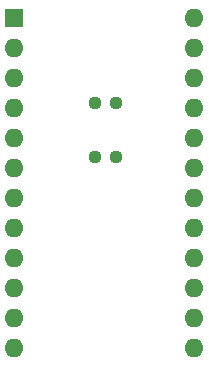
<source format=gbr>
%TF.GenerationSoftware,KiCad,Pcbnew,7.0.7*%
%TF.CreationDate,2025-03-10T13:51:10-04:00*%
%TF.ProjectId,6116 NVRAM,36313136-204e-4565-9241-4d2e6b696361,rev?*%
%TF.SameCoordinates,Original*%
%TF.FileFunction,Soldermask,Bot*%
%TF.FilePolarity,Negative*%
%FSLAX46Y46*%
G04 Gerber Fmt 4.6, Leading zero omitted, Abs format (unit mm)*
G04 Created by KiCad (PCBNEW 7.0.7) date 2025-03-10 13:51:10*
%MOMM*%
%LPD*%
G01*
G04 APERTURE LIST*
G04 Aperture macros list*
%AMRoundRect*
0 Rectangle with rounded corners*
0 $1 Rounding radius*
0 $2 $3 $4 $5 $6 $7 $8 $9 X,Y pos of 4 corners*
0 Add a 4 corners polygon primitive as box body*
4,1,4,$2,$3,$4,$5,$6,$7,$8,$9,$2,$3,0*
0 Add four circle primitives for the rounded corners*
1,1,$1+$1,$2,$3*
1,1,$1+$1,$4,$5*
1,1,$1+$1,$6,$7*
1,1,$1+$1,$8,$9*
0 Add four rect primitives between the rounded corners*
20,1,$1+$1,$2,$3,$4,$5,0*
20,1,$1+$1,$4,$5,$6,$7,0*
20,1,$1+$1,$6,$7,$8,$9,0*
20,1,$1+$1,$8,$9,$2,$3,0*%
G04 Aperture macros list end*
%ADD10RoundRect,0.237500X-0.250000X-0.237500X0.250000X-0.237500X0.250000X0.237500X-0.250000X0.237500X0*%
%ADD11RoundRect,0.237500X0.250000X0.237500X-0.250000X0.237500X-0.250000X-0.237500X0.250000X-0.237500X0*%
%ADD12O,1.600000X1.600000*%
%ADD13R,1.600000X1.600000*%
G04 APERTURE END LIST*
D10*
%TO.C,R2*%
X148844000Y-71628000D03*
X147019000Y-71628000D03*
%TD*%
D11*
%TO.C,R1*%
X147019000Y-76200000D03*
X148844000Y-76200000D03*
%TD*%
D12*
%TO.C,J1*%
X155443000Y-64445000D03*
X155443000Y-66985000D03*
X155443000Y-69525000D03*
X155443000Y-72065000D03*
X155443000Y-74605000D03*
X155443000Y-77145000D03*
X155443000Y-79685000D03*
X155443000Y-82225000D03*
X155443000Y-84765000D03*
X155443000Y-87305000D03*
X155443000Y-89845000D03*
X155443000Y-92385000D03*
X140203000Y-92385000D03*
X140203000Y-89845000D03*
X140203000Y-87305000D03*
X140203000Y-84765000D03*
X140203000Y-82225000D03*
X140203000Y-79685000D03*
X140203000Y-77145000D03*
X140203000Y-74605000D03*
X140203000Y-72065000D03*
X140203000Y-69525000D03*
X140203000Y-66985000D03*
D13*
X140203000Y-64445000D03*
%TD*%
M02*

</source>
